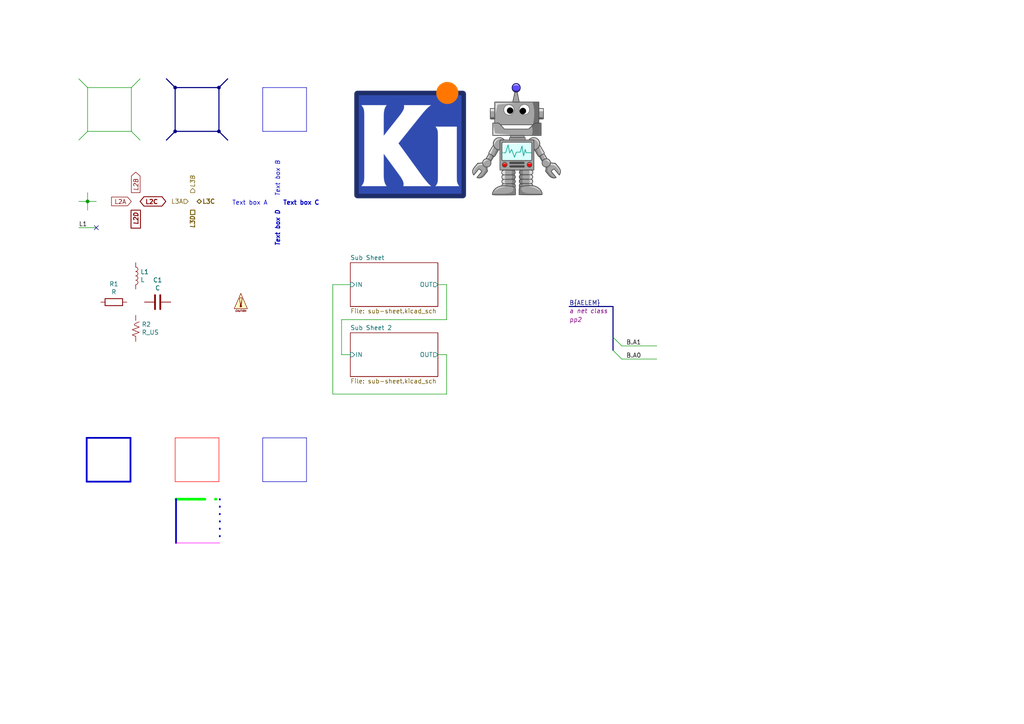
<source format=kicad_sch>
(kicad_sch (version 20230121) (generator eeschema)
  (paper "A4")
  (title_block (title "Title") (date "2020-08-12") (rev "r1B") (company "Company") (comment 1 "Comment 1") (comment 2 "Comment 2") (comment 3 "Comment 3") (comment 4 "@Comment4@"))
  (lib_symbols
    (symbol "Device:C" (pin_numbers hide) (pin_names (offset 0.254))
      (property "Reference" "C" (at 0.635 2.54 0))
      (property "Value" "C" (at 0.635 -2.54 0))
      (symbol "C_0_1"
        (polyline (pts (xy -2.032 -0.762) (xy 2.032 -0.762)) (stroke (width 0.508)))
        (polyline (pts (xy -2.032 0.762) (xy 2.032 0.762)) (stroke (width 0.508)))
      )
      (symbol "C_1_1"
        (pin passive line (at 0 3.81 270) (length 2.794) (name "~") (number "1"))
        (pin passive line (at 0 -3.81 90) (length 2.794) (name "~") (number "2"))
      )
    )
    (symbol "Device:L" (pin_numbers hide) (pin_names (offset 1.016) hide)
      (property "Reference" "L" (at -1.27 0 90))
      (property "Value" "L" (at 1.905 0 90))
      (symbol "L_0_1"
        (arc (start 0 -2.54) (mid 0.6323 -1.905) (end 0 -1.27))
        (arc (start 0 -1.27) (mid 0.6323 -0.635) (end 0 0))
        (arc (start 0 0) (mid 0.6323 0.635) (end 0 1.27))
        (arc (start 0 1.27) (mid 0.6323 1.905) (end 0 2.54))
      )
      (symbol "L_1_1"
        (pin passive line (at 0 3.81 270) (length 1.27) (name "1") (number "1"))
        (pin passive line (at 0 -3.81 90) (length 1.27) (name "2") (number "2"))
      )
    )
    (symbol "Device:R_US" (pin_numbers hide) (pin_names (offset 0))
      (property "Reference" "R" (at 2.54 0 90))
      (property "Value" "R_US" (at -2.54 0 90))
      (symbol "R_US_0_0"
        (bezier (pts (xy 0 -0.762) (xy 1.016 -1.143) (xy 0 -1.524) (xy -1.016 -1.905)))
        (polyline (pts (xy 0 -2.286) (xy 0 -2.54)))
        (polyline (pts (xy 0 2.286) (xy 0 2.54)))
        (polyline (pts (xy 0 0.762) (xy 1.016 0.381) (xy 0 0) (xy -1.016 -0.381) (xy 0 -0.762)))
        (polyline (pts (xy 0 2.286) (xy 1.016 1.905) (xy 0 1.524) (xy -1.016 1.143) (xy 0 0.762)))
      )
      (symbol "R_US_1_1"
        (pin passive line (at 0 3.81 270) (length 1.27) (name "~") (number "1"))
        (pin passive line (at 0 -3.81 90) (length 1.27) (name "~") (number "2"))
      )
      (symbol "R_US_1_2"
        (pin passive line (at 0 3.81 270) (length 1.27) (name "~") (number "1"))
        (pin passive line (at 0 -3.81 90) (length 1.27) (name "~") (number "2"))
      )
    )
    (symbol "l1:Resistor" (pin_numbers hide) (pin_names (offset 0))
      (property "Reference" "R" (at 2.032 0 90))
      (property "Value" "Resistor" (at 0 0 90))
      (symbol "Resistor_0_1"
        (rectangle (start -1.016 -2.54) (end 1.016 2.54) (stroke (width 0.254)))
      )
      (symbol "Resistor_1_1"
        (pin passive line (at 0 3.81 270) (length 1.27) (name "~") (number "1"))
        (pin passive line (at 0 -3.81 90) (length 1.27) (name "~") (number "2"))
      )
    )
    (symbol "l1:SYM_CAUTION" (pin_names (offset 1.016))
      (symbol "SYM_CAUTION_0_0"
        (circle (center 0 -1.1684) (radius 0.254) (fill (type outline)))
        (polyline (pts (xy -0.127 -0.762) (xy -0.381 1.016)) (fill (type outline)))
        (polyline (pts (xy -0.127 -0.762) (xy 0.127 -0.762) (xy 0.381 1.016)) (fill (type outline)))
        (polyline (pts (xy -1.27 -1.905) (xy 1.905 -1.905) (xy 0 2.54) (xy -1.905 -1.905) (xy -1.27 -1.905)) (fill (type background)))
        (arc (start 0.381 1.016) (mid 0 1.2906) (end -0.381 1.016))
        (text "CAUTION" (at 0 -2.54 0) (effects (font (size 0.508 0.508) italic)))
      )
    )
  )
  (bus_alias "AELEM" (members "A1" "A0"))
  (junction (at 63.5 25.4))
  (junction (at 63.5 38.1))
  (junction (at 25.4 58.42))
  (junction (at 50.8 38.1))
  (junction (at 50.8 25.4))
  (no_connect (at 27.94 66.04))
  (bus_entry (at 177.8 101.6) (size 2.54 2.54))
  (bus_entry (at 177.8 97.79) (size 2.54 2.54))
  (bus_entry (at 25.4 25.4) (size -2.54 -2.54))
  (bus_entry (at 38.1 38.1) (size 2.54 2.54))
  (bus_entry (at 25.4 38.1) (size -2.54 2.54))
  (bus_entry (at 38.1 25.4) (size 2.54 -2.54))
  (wire (pts (xy 99.06 92.71) (xy 99.06 102.87)))
  (polyline (pts (xy 25.146 127) (xy 37.846 127)) (stroke (width 0.508)))
  (polyline (pts (xy 88.9 25.4) (xy 88.9 38.1)))
  (polyline (pts (xy 37.846 139.7) (xy 25.146 139.7)) (stroke (width 0.508)))
  (wire (pts (xy 38.1 38.1) (xy 25.4 38.1)))
  (polyline (pts (xy 88.9 139.7) (xy 76.2 139.7)) (stroke (width 0) (type solid)))
  (wire (pts (xy 129.54 114.3) (xy 96.52 114.3)))
  (polyline (pts (xy 50.8 139.7) (xy 50.8 127)) (stroke (width 0) (color 255 0 0 1)))
  (polyline (pts (xy 37.846 127) (xy 37.846 139.7)) (stroke (width 0.508)))
  (bus (pts (xy 177.8 88.9) (xy 177.8 97.79)))
  (polyline (pts (xy 76.2 127) (xy 88.9 127)) (stroke (width 0) (type solid)))
  (wire (pts (xy 25.4 58.42) (xy 27.94 58.42)))
  (bus (pts (xy 50.8 25.4) (xy 48.26 22.86)))
  (wire (pts (xy 96.52 82.55) (xy 101.6 82.55)))
  (wire (pts (xy 129.54 82.55) (xy 129.54 92.71)))
  (wire (pts (xy 22.86 58.42) (xy 25.4 58.42)))
  (polyline (pts (xy 51.054 144.78) (xy 63.754 144.78)) (stroke (width 0.762) (type dash_dot) (color 0 255 0 1)))
  (polyline (pts (xy 76.2 25.4) (xy 88.9 25.4)))
  (bus (pts (xy 50.8 38.1) (xy 48.26 40.64)))
  (bus (pts (xy 63.5 38.1) (xy 66.04 40.64)))
  (polyline (pts (xy 50.8 127) (xy 63.5 127)) (stroke (width 0) (color 255 0 0 1)))
  (wire (pts (xy 129.54 102.87) (xy 129.54 114.3)))
  (wire (pts (xy 127 102.87) (xy 129.54 102.87)))
  (wire (pts (xy 99.06 102.87) (xy 101.6 102.87)))
  (bus (pts (xy 63.5 25.4) (xy 63.5 38.1)))
  (wire (pts (xy 25.4 25.4) (xy 38.1 25.4)))
  (polyline (pts (xy 88.9 127) (xy 88.9 139.7)) (stroke (width 0) (type solid)))
  (wire (pts (xy 180.34 104.14) (xy 190.5 104.14)))
  (polyline (pts (xy 76.2 139.7) (xy 76.2 127)) (stroke (width 0) (type solid)))
  (polyline (pts (xy 51.054 157.48) (xy 51.054 144.78)) (stroke (width 0.508)))
  (wire (pts (xy 127 82.55) (xy 129.54 82.55)))
  (polyline (pts (xy 76.2 38.1) (xy 76.2 25.4)))
  (bus (pts (xy 177.8 97.79) (xy 177.8 101.6)))
  (bus (pts (xy 63.5 25.4) (xy 66.04 22.86)))
  (wire (pts (xy 180.34 100.33) (xy 190.5 100.33)))
  (wire (pts (xy 22.86 66.04) (xy 27.94 66.04)))
  (polyline (pts (xy 63.5 139.7) (xy 50.8 139.7)) (stroke (width 0) (color 255 0 0 1)))
  (bus (pts (xy 50.8 25.4) (xy 63.5 25.4)))
  (wire (pts (xy 25.4 58.42) (xy 25.4 60.96)))
  (wire (pts (xy 38.1 25.4) (xy 38.1 38.1)))
  (wire (pts (xy 129.54 92.71) (xy 99.06 92.71)))
  (wire (pts (xy 96.52 114.3) (xy 96.52 82.55)))
  (bus (pts (xy 165.1 88.9) (xy 177.8 88.9)))
  (polyline (pts (xy 63.754 157.48) (xy 51.054 157.48)) (stroke (width 0) (type solid) (color 255 0 255 1)))
  (polyline (pts (xy 88.9 38.1) (xy 76.2 38.1)))
  (polyline (pts (xy 25.146 139.7) (xy 25.146 127)) (stroke (width 0.508)))
  (wire (pts (xy 25.4 38.1) (xy 25.4 25.4)))
  (polyline (pts (xy 63.754 144.78) (xy 63.754 157.48)) (stroke (width 0.508) (type dot)))
  (bus (pts (xy 50.8 38.1) (xy 50.8 25.4)))
  (bus (pts (xy 63.5 38.1) (xy 50.8 38.1)))
  (polyline (pts (xy 63.5 127) (xy 63.5 139.7)) (stroke (width 0) (color 255 0 0 1)))
  (wire (pts (xy 25.4 55.88) (xy 25.4 58.42)))
  (image (at 133.35 40.64))
  (text "Text box B" (at 81.28 57.15 90) (effects (font (size 1.27 1.27) italic) (justify left bottom)))
  (text "Text box A" (at 67.31 59.69 0) (effects (font (size 1.27 1.27)) (justify left bottom)))
  (text "Text box C" (at 92.71 59.69 0) (effects (font (size 1.27 1.27) (thickness 0.254) bold) (justify right bottom)))
  (text "Text box D" (at 81.28 60.96 90) (effects (font (size 1.27 1.27) (thickness 0.254) bold italic) (justify right bottom)))
  (label "B.A0" (at 181.61 104.14 0))
  (label "B.A1" (at 181.61 100.33 0))
  (label "L1" (at 22.86 66.04 0))
  (label "B{AELEM}" (at 165.1 88.9 0) (property "Netclass" "a net class" (at 165.1 90.17 0) (effects (font italic) (justify left))) (property "Something" "pp2" (at 165.1 92.71 0) (effects (font italic) (justify left))))
  (global_label "L2B" (shape output) (at 39.37 55.88 90) (effects (font italic)) (property "Intersheetrefs" "${INTERSHEET_REFS}" (effects hide)))
  (global_label "L2A" (shape input) (at 38.1 58.42 180) (property "Intersheetrefs" "${INTERSHEET_REFS}" (effects hide)))
  (global_label "L2C" (shape bidirectional) (at 40.64 58.42 0) (effects (font (thickness 0.254) bold)) (property "Intersheetrefs" "${INTERSHEET_REFS}" (effects hide)))
  (global_label "L2D" (shape passive) (at 39.37 60.96 270) (effects (font (thickness 0.254) bold italic)) (property "Intersheetrefs" "${INTERSHEET_REFS}" (effects hide)))
  (hierarchical_label "L3B" (shape output) (at 55.88 55.88 90) (effects (font italic)))
  (hierarchical_label "L3C" (shape bidirectional) (at 57.15 58.42 0) (effects (font (thickness 0.254) bold)))
  (hierarchical_label "L3A" (shape input) (at 54.61 58.42 180))
  (hierarchical_label "L3D" (shape passive) (at 55.88 60.96 270) (effects (font (thickness 0.254) bold italic)))
  (symbol (lib_id "l1:Resistor") (at 33.02 87.63 270) (unit 1)
    (property "Reference" "R1" (at 33.02 82.3722 90))
    (property "Value" "R" (at 33.02 84.6836 90))
    (property "Test" "Hi! \"quoted text\"" (effects hide))
  )
  (symbol (lib_id "Device:L") (at 39.37 80.01 0) (unit 1)
    (property "Reference" "L1" (at 40.7162 78.8416 0) (effects (justify left)))
    (property "Value" "L" (at 40.7162 81.153 0) (effects (justify left)))
  )
  (symbol (lib_id "Device:C") (at 45.72 87.63 90) (unit 1)
    (property "Reference" "C1" (at 45.72 81.2292 90))
    (property "Value" "C" (at 45.72 83.5406 90))
  )
  (symbol (lib_id "Device:R_US") (at 39.37 95.25 180) (unit 1) (convert 2)
    (property "Reference" "R2" (at 41.0972 94.0816 0) (effects (justify right)))
    (property "Value" "R_US" (at 41.0972 96.393 0) (effects (justify right)))
  )
  (symbol (lib_id "l1:SYM_CAUTION") (at 69.85 87.63 0) (unit 1)
    (property "Reference" "#SYM_CAUTION1" (effects hide))
    (property "Value" "SYM_CAUTION" (effects hide))
  )
  (sheet (at 101.6 76.2) (size 25.4 12.7)
    (property "Sheetname" "Sub Sheet" (at 101.6 75.4884 0) (effects (justify left bottom)))
    (property "Sheetfile" "sub-sheet.kicad_sch" (at 101.6 89.4846 0) (effects (justify left top)))
    (pin "OUT" output (at 127 82.55 0))
    (pin "IN" input (at 101.6 82.55 180))
  )
  (sheet (at 101.6 96.52) (size 25.4 12.7)
    (property "Sheetname" "Sub Sheet 2" (at 101.6 95.8084 0) (effects (justify left bottom)))
    (property "Sheetfile" "sub-sheet.kicad_sch" (at 101.6 109.8046 0) (effects (justify left top)))
    (pin "OUT" output (at 127 102.87 0))
    (pin "IN" input (at 101.6 102.87 180))
  )
)
</source>
